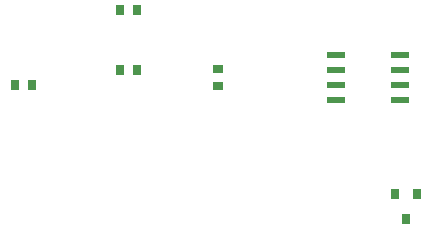
<source format=gbr>
G04 Layer_Color=8421504*
%FSLAX26Y26*%
%MOIN*%
%TF.FileFunction,Paste,Top*%
%TF.Part,Single*%
G01*
G75*
%TA.AperFunction,SMDPad,CuDef*%
%ADD10R,0.031496X0.035433*%
%ADD11R,0.031496X0.033465*%
%ADD12R,0.033465X0.031496*%
%ADD13R,0.061024X0.023622*%
%TA.AperFunction,ConnectorPad*%
%ADD14R,0.031496X0.033465*%
D10*
X1500000Y903386D02*
D03*
X1462599Y986063D02*
D03*
X1537402D02*
D03*
D11*
X602559Y1400000D02*
D03*
X547441D02*
D03*
X602559Y1600000D02*
D03*
X547441D02*
D03*
D12*
X875000Y1347441D02*
D03*
Y1402559D02*
D03*
D13*
X1481299Y1300000D02*
D03*
Y1350000D02*
D03*
Y1400000D02*
D03*
Y1450000D02*
D03*
X1268701Y1300000D02*
D03*
Y1350000D02*
D03*
Y1400000D02*
D03*
Y1450000D02*
D03*
D14*
X197441Y1350000D02*
D03*
X252559D02*
D03*
%TF.MD5,60467a9f256dfb0ed7aa966b464b69b1*%
M02*

</source>
